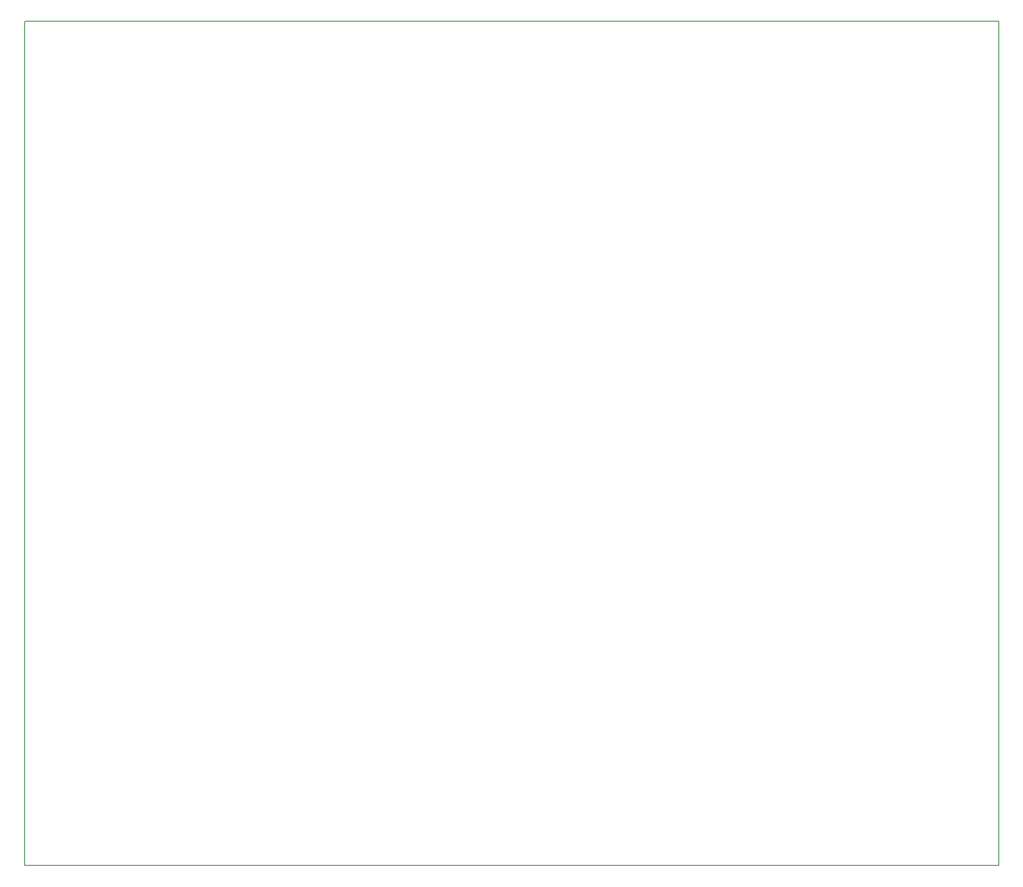
<source format=gko>
G04*
G04 #@! TF.GenerationSoftware,Altium Limited,Altium Designer,20.0.2 (26)*
G04*
G04 Layer_Color=16711935*
%FSLAX25Y25*%
%MOIN*%
G70*
G01*
G75*
%ADD18C,0.00500*%
D18*
X750250Y650000D02*
X750000Y650250D01*
X750250Y650000D02*
X750000Y650250D01*
Y-250D02*
X750250Y0D01*
X750000Y-250D02*
X750250Y0D01*
X0Y650250D02*
X-250Y650000D01*
X0Y650250D02*
X-250Y650000D01*
Y0D02*
X0Y-250D01*
X-250Y0D02*
X0Y-250D01*
X750250Y0D02*
Y650000D01*
X0Y650250D02*
X750000D01*
X0Y-250D02*
X750000D01*
X-250Y0D02*
Y650000D01*
M02*

</source>
